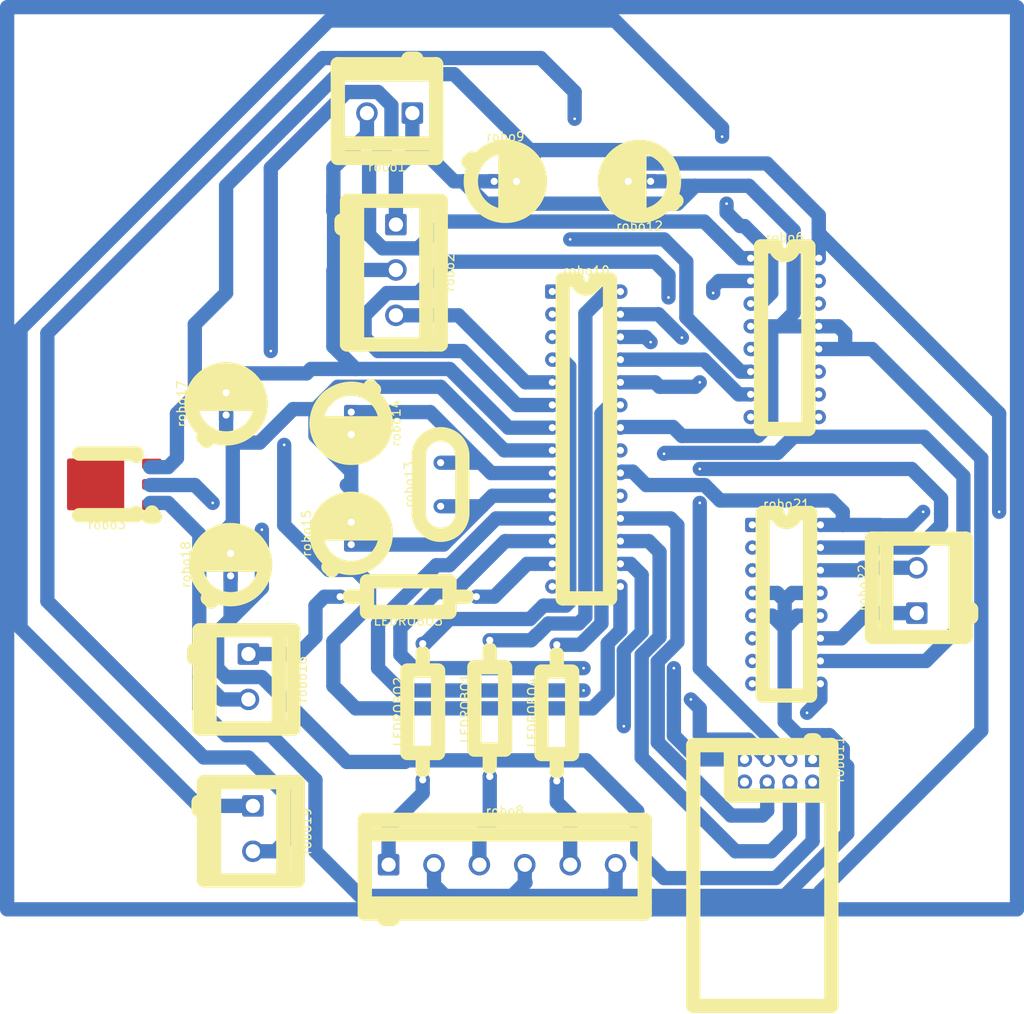
<source format=kicad_pcb>
(kicad_pcb (version 20241229) (generator "pcbnew") (generator_version "9.0")
  (layers (0 "F.Cu" signal) (2 "B.Cu" signal) (13 "F.Paste" user) (15 "B.Paste" user) (5 "F.SilkS" user "F.Silkscreen") (7 "B.SilkS" user "B.Silkscreen") (1 "F.Mask" user) (3 "B.Mask" user) (25 "Edge.Cuts" user))
  (net 0 "")
  (net 1 "Led_2")
  (net 2 "GND ROBO")
  (net 3 "Led_1")
  (net 4 "Led_3")
  (net 5 "Modulo_Laser")
  (net 6 "VCC ROBO")
  (net 7 "Net-(robo10-PD7)")
  (net 8 "Net-(robo21-4Y)")
  (net 9 "Net-(robo21-3Y)")
  (net 10 "Digital NRF07 2")
  (net 11 "PWM NRF04 2")
  (net 12 "Digital NRF03 2")
  (net 14 "PWM NRF06 2")
  (net 15 "NRF24L01 2")
  (net 16 "Digital NRF05 2")
  (net 18 "Sentido Anti Horario Motor1")
  (net 20 "Sentido Anti Horario Motor2")
  (net 21 "Sentido Horario Motor1")
  (net 23 "Sentido Horario Motor2")
  (net 25 "PWM MOTOR2")
  (net 27 "Net-(robo10-XTAL1{slash}PB6)")
  (net 29 "PWM MOTOR1")
  (net 30 "Net-(robo10-XTAL2{slash}PB7)")
  (net 33 "Net-(robo19-Pin_2)")
  (net 35 "Net-(robo19-Pin_1)")
  (net 37 "Net-(robo8-Pin_3)")
  (net 38 "Net-(robo8-Pin_1)")
  (net 39 "Net-(robo16-Pin_1)")
  (net 40 "Net-(robo8-Pin_5)")
  (footprint "TerminalBlock_CUI:TerminalBlock_CUI_TB007-508-06_1x06_P5.08mm_Horizontal" (layer "F.Cu") (at 157.68 140.5)
    (property "Reference" "robo8")
    (property "Value" "leds")
  )
  (footprint "Resistor_THT:R_Axial_DIN0309_L9.0mm_D3.2mm_P15.24mm_Horizontal" (layer "F.Cu") (at 176.5 131.12 90)
    (property "Reference" "LEDROBO4")
    (property "Value" "220")
  )
  (footprint "Capacitor_THT:CP_Radial_D7.5mm_P2.50mm" (layer "F.Cu") (at 187 64 180)
    (property "Reference" "robo12")
    (property "Value" "0.1uF")
  )
  (footprint "Package_DIP:DIP-16_W7.62mm" (layer "F.Cu") (at 198.195 72.61)
    (property "Reference" "robo6")
    (property "Value" "L293")
  )
  (footprint "Capacitor_THT:CP_Radial_D7.5mm_P2.50mm" (layer "F.Cu") (at 153.5 104.661395 90)
    (property "Reference" "robo15")
    (property "Value" "C")
  )
  (footprint "Resistor_THT:R_Axial_DIN0309_L9.0mm_D3.2mm_P15.24mm_Horizontal" (layer "F.Cu") (at 167.5 110.5 180)
    (property "Reference" "LEDROBO3")
    (property "Value" "10k")
  )
  (footprint "Capacitor_THT:CP_Radial_D7.5mm_P2.50mm" (layer "F.Cu") (at 139.5 90.161395 90)
    (property "Reference" "robo17")
    (property "Value" "0.1uF")
  )
  (footprint "Resistor_THT:R_Axial_DIN0309_L9.0mm_D3.2mm_P15.24mm_Horizontal" (layer "F.Cu") (at 169 130.62 90)
    (property "Reference" "LEDROBO1")
    (property "Value" "220")
  )
  (footprint "Capacitor_THT:CP_Radial_D7.5mm_P2.50mm" (layer "F.Cu") (at 153.5 89.838606 -90)
    (property "Reference" "robo14")
    (property "Value" "C")
  )
  (footprint "TerminalBlock_CUI:TerminalBlock_CUI_TB007-508-02_1x02_P5.08mm_Horizontal" (layer "F.Cu") (at 142.5 133.92 -90)
    (property "Reference" "robo19")
    (property "Value" "motor")
  )
  (footprint "TerminalBlock_CUI:TerminalBlock_CUI_TB007-508-02_1x02_P5.08mm_Horizontal" (layer "F.Cu") (at 160.34 56.3575 180)
    (property "Reference" "robo1")
    (property "Value" "Fonte de alimentação principal")
  )
  (footprint "Capacitor_THT:CP_Radial_D7.5mm_P2.50mm" (layer "F.Cu") (at 140 108.161395 90)
    (property "Reference" "robo18")
    (property "Value" "100uF")
  )
  (footprint "Package_TO_SOT_SMD:TO-252-3_TabPin2" (layer "F.Cu") (at 126.16 97.9275 180)
    (property "Reference" "robo3")
    (property "Value" "AMS1117CD-3.3")
  )
  (footprint "TerminalBlock_CUI:TerminalBlock_CUI_TB007-508-03_1x03_P5.08mm_Horizontal" (layer "F.Cu") (at 158.5 68.84 -90)
    (property "Reference" "robo2")
    (property "Value" "Laser")
  )
  (footprint "RF_Module:nRF24L01_Breakout" (layer "F.Cu") (at 205.125 128.7105 -90)
    (property "Reference" "robo11")
    (property "Value" "NRF24L01_Breakout")
  )
  (footprint "Resistor_THT:R_Axial_DIN0309_L9.0mm_D3.2mm_P15.24mm_Horizontal" (layer "F.Cu") (at 161.5 131 90)
    (property "Reference" "LEDROBO2")
    (property "Value" "220")
  )
  (footprint "Crystal:Crystal_HC49-4H_Vertical" (layer "F.Cu") (at 163.5 100.38 90)
    (property "Reference" "robo13")
    (property "Value" "Crystal")
  )
  (footprint "TerminalBlock_CUI:TerminalBlock_CUI_TB007-508-02_1x02_P5.08mm_Horizontal" (layer "F.Cu") (at 216.785 112.34 90)
    (property "Reference" "robo22")
    (property "Value" "motor")
  )
  (footprint "Capacitor_THT:CP_Radial_D7.5mm_P2.50mm" (layer "F.Cu") (at 169.5 64)
    (property "Reference" "robo9")
    (property "Value" "0.1uF")
  )
  (footprint "TerminalBlock_CUI:TerminalBlock_CUI_TB007-508-02_1x02_P5.08mm_Horizontal" (layer "F.Cu") (at 142 116.92 -90)
    (property "Reference" "robo16")
    (property "Value" "LDR")
  )
  (footprint "Package_DIP:DIP-16_W7.62mm" (layer "F.Cu") (at 198.38 102.46)
    (property "Reference" "robo21")
    (property "Value" "L293")
  )
  (footprint "Package_DIP:DIP-28_W7.62mm" (layer "F.Cu") (at 176 76.34)
    (property "Reference" "robo10")
    (property "Value" "ATmega328-P")
  )
  (gr_rect (start 115 44.5) (end 228 145.5) (stroke (width 1.6)) (fill no) (layer "B.Cu"))
  (via (at 138 100) (size 0.6) (drill 0.3) (layers "F.Cu" "B.Cu") (net 0))
  (segment (start 131.5 98) (end 136 98) (width 1.6) (layer "B.Cu") (net 0))
  (segment (start 136 98) (end 138 100) (width 1.6) (layer "B.Cu") (net 0))
  (segment (start 131.5 98) (end 131 98) (width 1.6) (layer "B.Cu") (net 0))
  (segment (start 178.953002 113.5) (end 179.699 112.754002) (width 1.6) (layer "B.Cu") (net 1))
  (segment (start 179.699 78.801) (end 182.16 76.34) (width 1.6) (layer "B.Cu") (net 1))
  (segment (start 174.245999 114.801) (end 175.546998 113.5) (width 1.6) (layer "B.Cu") (net 1))
  (segment (start 179.699 112.754002) (end 179.699 78.801) (width 1.6) (layer "B.Cu") (net 1))
  (segment (start 175.546998 113.5) (end 178.953002 113.5) (width 1.6) (layer "B.Cu") (net 1))
  (segment (start 173.62 115.38) (end 169 115.38) (width 1.6) (layer "B.Cu") (net 1))
  (segment (start 173.62 115.38) (end 174.199 114.801) (width 1.6) (layer "B.Cu") (net 1))
  (segment (start 174.199 114.801) (end 174.245999 114.801) (width 1.6) (layer "B.Cu") (net 1))
  (segment (start 182.16 76.34) (end 183.62 76.34) (width 1.6) (layer "B.Cu") (net 1))
  (segment (start 170.62 94.12) (end 163.5 87) (width 1.6) (layer "B.Cu") (net 2))
  (segment (start 144.5 126) (end 139.5 126) (width 1.6) (layer "B.Cu") (net 2))
  (segment (start 165 64) (end 166 64) (width 1.6) (layer "B.Cu") (net 2))
  (segment (start 208 80.23) (end 208.77 81) (width 1.6) (layer "B.Cu") (net 2))
  (segment (start 205.815 80.23) (end 208 80.23) (width 1.6) (layer "B.Cu") (net 2))
  (segment (start 192 64.5) (end 190 66.5) (width 1.6) (layer "B.Cu") (net 2))
  (segment (start 171.5 144) (end 182 144) (width 1.6) (layer "B.Cu") (net 2))
  (segment (start 160.34 59.34) (end 160.34 60.84) (width 1.6) (layer "B.Cu") (net 2))
  (segment (start 202.84 110.08) (end 206 110.08) (width 1.6) (layer "B.Cu") (net 2))
  (segment (start 182 144) (end 202 144) (width 1.6) (layer "B.Cu") (net 2))
  (segment (start 200.5 91) (end 200.5 84) (width 1.6) (layer "B.Cu") (net 2))
  (segment (start 203.38 112.62) (end 206 112.62) (width 1.6) (layer "B.Cu") (net 2))
  (segment (start 183.62 91.58) (end 183.7 91.5) (width 1.6) (layer "B.Cu") (net 2))
  (segment (start 149.5 89.5) (end 147 89.5) (width 1.6) (layer "B.Cu") (net 2))
  (segment (start 209 137) (end 209 129.5) (width 1.6) (layer "B.Cu") (net 2))
  (segment (start 224 95) (end 224 125.5) (width 1.6) (layer "B.Cu") (net 2))
  (segment (start 211.77 82.77) (end 224 95) (width 1.6) (layer "B.Cu") (net 2))
  (segment (start 139.5 92.5) (end 140.25 93.25) (width 1.6) (layer "B.Cu") (net 2))
  (segment (start 202 114) (end 202 110.92) (width 1.6) (layer "B.Cu") (net 2))
  (segment (start 202 114) (end 203.38 112.62) (width 1.6) (layer "B.Cu") (net 2))
  (segment (start 200.5 84) (end 200.5 81) (width 1.6) (layer "B.Cu") (net 2))
  (segment (start 189.953002 64.5) (end 189.453002 64) (width 1.6) (layer "B.Cu") (net 2))
  (segment (start 164 144) (end 154.5 144) (width 1.6) (layer "B.Cu") (net 2))
  (segment (start 206 143.5) (end 206 144) (width 1.6) (layer "B.Cu") (net 2))
  (segment (start 208.77 82.77) (end 205.815 82.77) (width 1.6) (layer "B.Cu") (net 2))
  (segment (start 208.5 129) (end 208.5 127.5) (width 1.6) (layer "B.Cu") (net 2))
  (segment (start 199.73 80.23) (end 201.5 80.23) (width 1.6) (layer "B.Cu") (net 2))
  (segment (start 198 64.5) (end 203 69.5) (width 1.6) (layer "B.Cu") (net 2))
  (segment (start 201.16 110.08) (end 198.38 110.08) (width 1.6) (layer "B.Cu") (net 2))
  (segment (start 202 144) (end 209 137) (width 1.6) (layer "B.Cu") (net 2))
  (segment (start 160.34 56.3575) (end 160.34 59.34) (width 1.6) (layer "B.Cu") (net 2))
  (segment (start 208.5 129) (end 208 129) (width 1.6) (layer "B.Cu") (net 2))
  (segment (start 153.5 92.338606) (end 153.5 96.5) (width 1.6) (layer "B.Cu") (net 2))
  (segment (start 153.5 99.5) (end 153.5 102.161395) (width 1.6) (layer "B.Cu") (net 2))
  (segment (start 136.5 103.5) (end 133.5 100.5) (width 1.6) (layer "B.Cu") (net 2))
  (segment (start 207 126) (end 203.5 126) (width 1.6) (layer "B.Cu") (net 2))
  (segment (start 208.77 82.77) (end 208.77 81) (width 1.6) (layer "B.Cu") (net 2))
  (segment (start 149.5 89.5) (end 149.5 92.5) (width 1.6) (layer "B.Cu") (net 2))
  (segment (start 149.5 131) (end 144.5 126) (width 1.6) (layer "B.Cu") (net 2))
  (segment (start 208.77 82.77) (end 211.77 82.77) (width 1.6) (layer "B.Cu") (net 2))
  (segment (start 207.7105 128.7105) (end 205.125 128.7105) (width 1.6) (layer "B.Cu") (net 2))
  (segment (start 139 122) (end 136.5 119.5) (width 1.6) (layer "B.Cu") (net 2))
  (segment (start 171.5 144) (end 173 142.5) (width 1.6) (layer "B.Cu") (net 2))
  (segment (start 201.5 80.23) (end 205.815 80.23) (width 1.6) (layer "B.Cu") (net 2))
  (segment (start 136.5 123) (end 136.5 119.5) (width 1.6) (layer "B.Cu") (net 2))
  (segment (start 136.5 119.5) (end 136.5 106) (width 1.6) (layer "B.Cu") (net 2))
  (segment (start 160.34 60.84) (end 158.5 62.68) (width 1.6) (layer "B.Cu") (net 2))
  (segment (start 202 124.5) (end 202 114) (width 1.6) (layer "B.Cu") (net 2))
  (segment (start 153 98) (end 153.5 98.5) (width 1.6) (layer "B.Cu") (net 2))
  (segment (start 182.5 144) (end 183.08 143.42) (width 1.6) (layer "B.Cu") (net 2))
  (segment (start 190.5 92.5) (end 199 92.5) (width 1.6) (layer "B.Cu") (net 2))
  (segment (start 192 64.5) (end 198 64.5) (width 1.6) (layer "B.Cu") (net 2))
  (segment (start 140.25 93.25) (end 140.25 102.25) (width 1.6) (layer "B.Cu") (net 2))
  (segment (start 202 110.92) (end 201.16 110.08) (width 1.6) (layer "B.Cu") (net 2))
  (segment (start 140 102.5) (end 140.25 102.25) (width 1.6) (layer "B.Cu") (net 2))
  (segment (start 199 92.5) (end 200.5 91) (width 1.6) (layer "B.Cu") (net 2))
  (segment (start 153.5 96.5) (end 153.5 99.5) (width 1.6) (layer "B.Cu") (net 2))
  (segment (start 172.92 142.42) (end 172.92 140.5) (width 1.6) (layer "B.Cu") (net 2))
  (segment (start 152 87) (end 149.5 89.5) (width 1.6) (layer "B.Cu") (net 2))
  (segment (start 208.5 127.5) (end 207 126) (width 1.6) (layer "B.Cu") (net 2))
  (segment (start 203.5 126) (end 202 124.5) (width 1.6) (layer "B.Cu") (net 2))
  (segment (start 154.5 144) (end 149.5 139) (width 1.6) (layer "B.Cu") (net 2))
  (segment (start 139.5 126) (end 136.5 123) (width 1.6) (layer "B.Cu") (net 2))
  (segment (start 203 78.73) (end 201.5 80.23) (width 1.6) (layer "B.Cu") (net 2))
  (segment (start 199.73 80.23) (end 198.195 80.23) (width 1.6) (layer "B.Cu") (net 2))
  (segment (start 173 142.5) (end 172.92 142.42) (width 1.6) (layer "B.Cu") (net 2))
  (segment (start 149.5 92.5) (end 153.5 96.5) (width 1.6) (layer "B.Cu") (net 2))
  (segment (start 176 94.12) (end 170.62 94.12) (width 1.6) (layer "B.Cu") (net 2))
  (segment (start 162.76 140.5) (end 162.76 142.76) (width 1.6) (layer "B.Cu") (net 2))
  (segment (start 208 129) (end 207.7105 128.7105) (width 1.6) (layer "B.Cu") (net 2))
  (segment (start 200.5 84) (end 199.27 82.77) (width 1.6) (layer "B.Cu") (net 2))
  (segment (start 136.5 106) (end 140 102.5) (width 1.6) (layer "B.Cu") (net 2))
  (segment (start 136.5 106) (end 136.5 103.5) (width 1.6) (layer "B.Cu") (net 2))
  (segment (start 160.34 59.34) (end 165 64) (width 1.6) (layer "B.Cu") (net 2))
  (segment (start 190 66.5) (end 168.5 66.5) (width 1.6) (layer "B.Cu") (net 2))
  (segment (start 133.5 100.5) (end 133 100) (width 1.6) (layer "B.Cu") (net 2))
  (segment (start 168.5 66.5) (end 166 64) (width 1.6) (layer "B.Cu") (net 2))
  (segment (start 140 105.661395) (end 140 102.5) (width 1.6) (layer "B.Cu") (net 2))
  (segment (start 183.08 143.42) (end 183.08 140.5) (width 1.6) (layer "B.Cu") (net 2))
  (segment (start 189.5 91.5) (end 190.5 92.5) (width 1.6) (layer "B.Cu") (net 2))
  (segment (start 209 129.5) (end 208.5 129) (width 1.6) (layer "B.Cu") (net 2))
  (segment (start 206 144) (end 202 144) (width 1.6) (layer "B.Cu") (net 2))
  (segment (start 149.5 139) (end 149.5 131) (width 1.6) (layer "B.Cu") (net 2))
  (segment (start 200.5 81) (end 199.73 80.23) (width 1.6) (layer "B.Cu") (net 2))
  (segment (start 166 64) (end 169.5 64) (width 1.6) (layer "B.Cu") (net 2))
  (segment (start 189.453002 64) (end 187 64) (width 1.6) (layer "B.Cu") (net 2))
  (segment (start 164 144) (end 171.5 144) (width 1.6) (layer "B.Cu") (net 2))
  (segment (start 142 122) (end 139 122) (width 1.6) (layer "B.Cu") (net 2))
  (segment (start 143.25 93.25) (end 140.25 93.25) (width 1.6) (layer "B.Cu") (net 2))
  (segment (start 189.953002 64.5) (end 192 64.5) (width 1.6) (layer "B.Cu") (net 2))
  (segment (start 202 110.92) (end 202.84 110.08) (width 1.6) (layer "B.Cu") (net 2))
  (segment (start 199.27 82.77) (end 198.195 82.77) (width 1.6) (layer "B.Cu") (net 2))
  (segment (start 147 89.5) (end 143.25 93.25) (width 1.6) (layer "B.Cu") (net 2))
  (segment (start 133 100) (end 131 100) (width 1.6) (layer "B.Cu") (net 2))
  (segment (start 139.5 90.161395) (end 139.5 92.5) (width 1.6) (layer "B.Cu") (net 2))
  (segment (start 163.5 87) (end 152 87) (width 1.6) (layer "B.Cu") (net 2))
  (segment (start 200.62 112.62) (end 202 114) (width 1.6) (layer "B.Cu") (net 2))
  (segment (start 182 144) (end 182.5 144) (width 1.6) (layer "B.Cu") (net 2))
  (segment (start 198.38 112.62) (end 200.62 112.62) (width 1.6) (layer "B.Cu") (net 2))
  (segment (start 203 69.5) (end 203 78.73) (width 1.6) (layer "B.Cu") (net 2))
  (segment (start 224 125.5) (end 206 143.5) (width 1.6) (layer "B.Cu") (net 2))
  (segment (start 162.76 142.76) (end 164 144) (width 1.6) (layer "B.Cu") (net 2))
  (segment (start 158.5 62.68) (end 158.5 68.84) (width 1.6) (layer "B.Cu") (net 2))
  (segment (start 183.7 91.5) (end 189.5 91.5) (width 1.6) (layer "B.Cu") (net 2))
  (segment (start 182.48863 89.04) (end 183.62 89.04) (width 1.6) (layer "B.Cu") (net 3))
  (segment (start 181.5 90.02863) (end 182.48863 89.04) (width 1.6) (layer "B.Cu") (net 3))
  (segment (start 179.12 115.88) (end 176.5 115.88) (width 1.6) (layer "B.Cu") (net 3))
  (segment (start 181.5 113.5) (end 181.5 90.02863) (width 1.6) (layer "B.Cu") (net 3))
  (segment (start 181.5 113.5) (end 179.12 115.88) (width 1.6) (layer "B.Cu") (net 3))
  (segment (start 177.5 111.5) (end 177.898 111.102) (width 1.6) (layer "B.Cu") (net 4))
  (segment (start 175 111.5) (end 177.5 111.5) (width 1.6) (layer "B.Cu") (net 4))
  (segment (start 164.5 113) (end 173.5 113) (width 1.6) (layer "B.Cu") (net 4))
  (segment (start 173.5 113) (end 175 111.5) (width 1.6) (layer "B.Cu") (net 4))
  (segment (start 161.74 115.76) (end 164.5 113) (width 1.6) (layer "B.Cu") (net 4))
  (segment (start 177.13137 83.96) (end 176 83.96) (width 1.6) (layer "B.Cu") (net 4))
  (segment (start 177.898 84.72663) (end 177.13137 83.96) (width 1.6) (layer "B.Cu") (net 4))
  (segment (start 177.898 111.102) (end 177.898 84.72663) (width 1.6) (layer "B.Cu") (net 4))
  (segment (start 158.5 79) (end 165.5 79) (width 1.6) (layer "B.Cu") (net 5))
  (segment (start 165.5 79) (end 173 86.5) (width 1.6) (layer "B.Cu") (net 5))
  (segment (start 173 86.5) (end 176 86.5) (width 1.6) (layer "B.Cu") (net 5))
  (via (at 217.5 101) (size 0.6) (drill 0.3) (layers "F.Cu" "B.Cu") (net 6))
  (via (at 226 101) (size 0.6) (drill 0.3) (layers "F.Cu" "B.Cu") (net 6))
  (segment (start 139.5 87.661395) (end 139.5 86.5) (width 1.6) (layer "B.Cu") (net 6))
  (segment (start 172 64) (end 172 63) (width 1.6) (layer "B.Cu") (net 6))
  (segment (start 185 96.5) (end 183.78 96.5) (width 1.6) (layer "B.Cu") (net 6))
  (segment (start 151.5 67.34) (end 151.58 67.42) (width 1.6) (layer "B.Cu") (net 6))
  (segment (start 139.5 64.5) (end 139.5 76.5) (width 1.6) (layer "B.Cu") (net 6))
  (segment (start 148.5 85.5) (end 149 85) (width 1.6) (layer "B.Cu") (net 6))
  (segment (start 138.5 85.5) (end 140.5 85.5) (width 1.6) (layer "B.Cu") (net 6))
  (segment (start 140.5 85.5) (end 148.5 85.5) (width 1.6) (layer "B.Cu") (net 6))
  (segment (start 149 85) (end 154 85) (width 1.6) (layer "B.Cu") (net 6))
  (segment (start 183.78 96.5) (end 183.62 96.66) (width 1.6) (layer "B.Cu") (net 6))
  (segment (start 139.5 76.5) (end 136 80) (width 1.6) (layer "B.Cu") (net 6))
  (segment (start 212.54 102.46) (end 208.5 102.46) (width 1.6) (layer "B.Cu") (net 6))
  (segment (start 134 90) (end 134 95) (width 1.6) (layer "B.Cu") (net 6))
  (segment (start 151.5 62.5) (end 151.5 67.34) (width 1.6) (layer "B.Cu") (net 6))
  (segment (start 217.5 101) (end 216 102.5) (width 1.6) (layer "B.Cu") (net 6))
  (segment (start 207.226501 99.726501) (end 194.7735 99.726501) (width 1.6) (layer "B.Cu") (net 6))
  (segment (start 205.815 72.61) (end 205.815 67.815) (width 1.6) (layer "B.Cu") (net 6))
  (segment (start 183.86863 60.5) (end 173.5 60.5) (width 1.6) (layer "B.Cu") (net 6))
  (segment (start 208.5 101) (end 207.226501 99.726501) (width 1.6) (layer "B.Cu") (net 6))
  (segment (start 212.58 102.5) (end 212.54 102.46) (width 1.6) (layer "B.Cu") (net 6))
  (segment (start 226 101) (end 226 90) (width 1.6) (layer "B.Cu") (net 6))
  (segment (start 136 88) (end 134 90) (width 1.6) (layer "B.Cu") (net 6))
  (segment (start 185.36863 62) (end 184.5 62.86863) (width 1.6) (layer "B.Cu") (net 6))
  (segment (start 151.5 82.5) (end 154 85) (width 1.6) (layer "B.Cu") (net 6))
  (segment (start 208.5 102.46) (end 208.5 101) (width 1.6) (layer "B.Cu") (net 6))
  (segment (start 165 52) (end 152 52) (width 1.6) (layer "B.Cu") (net 6))
  (segment (start 164.5 85) (end 171.08 91.58) (width 1.6) (layer "B.Cu") (net 6))
  (segment (start 155.26 58.74) (end 151.5 62.5) (width 1.6) (layer "B.Cu") (net 6))
  (segment (start 155.26 56.3575) (end 155.26 58.74) (width 1.6) (layer "B.Cu") (net 6))
  (segment (start 151.5 74) (end 151.5 82.5) (width 1.6) (layer "B.Cu") (net 6))
  (segment (start 152 52) (end 139.5 64.5) (width 1.6) (layer "B.Cu") (net 6))
  (segment (start 133 96) (end 131 96) (width 1.6) (layer "B.Cu") (net 6))
  (segment (start 206 102.46) (end 208.5 102.46) (width 1.6) (layer "B.Cu") (net 6))
  (segment (start 172 63) (end 174 61) (width 1.6) (layer "B.Cu") (net 6))
  (segment (start 205.815 67.815) (end 200 62) (width 1.6) (layer "B.Cu") (net 6))
  (segment (start 173.5 60.5) (end 165 52) (width 1.6) (layer "B.Cu") (net 6))
  (segment (start 216 102.5) (end 212.58 102.5) (width 1.6) (layer "B.Cu") (net 6))
  (segment (start 205.815 69.815) (end 205.815 67.815) (width 1.6) (layer "B.Cu") (net 6))
  (segment (start 226 90) (end 205.815 69.815) (width 1.6) (layer "B.Cu") (net 6))
  (segment (start 136 80) (end 136 88) (width 1.6) (layer "B.Cu") (net 6))
  (segment (start 151.58 73.92) (end 158.5 73.92) (width 1.6) (layer "B.Cu") (net 6))
  (segment (start 185.36863 62) (end 183.86863 60.5) (width 1.6) (layer "B.Cu") (net 6))
  (segment (start 139.5 86.5) (end 140.5 85.5) (width 1.6) (layer "B.Cu") (net 6))
  (segment (start 151.58 67.42) (end 151.58 73.92) (width 1.6) (layer "B.Cu") (net 6))
  (segment (start 151.5 65.5) (end 151.5 67.34) (width 1.6) (layer "B.Cu") (net 6))
  (segment (start 136 88) (end 138.5 85.5) (width 1.6) (layer "B.Cu") (net 6))
  (segment (start 154 85) (end 164.5 85) (width 1.6) (layer "B.Cu") (net 6))
  (segment (start 200 62) (end 185.36863 62) (width 1.6) (layer "B.Cu") (net 6))
  (segment (start 186.5 98) (end 185 96.5) (width 1.6) (layer "B.Cu") (net 6))
  (segment (start 193.046999 98) (end 186.5 98) (width 1.6) (layer "B.Cu") (net 6))
  (segment (start 184.5 62.86863) (end 184.5 64) (width 1.6) (layer "B.Cu") (net 6))
  (segment (start 151.58 73.92) (end 151.5 74) (width 1.6) (layer "B.Cu") (net 6))
  (segment (start 171.08 91.58) (end 176 91.58) (width 1.6) (layer "B.Cu") (net 6))
  (segment (start 194.7735 99.726501) (end 193.046999 98) (width 1.6) (layer "B.Cu") (net 6))
  (segment (start 134 95) (end 133 96) (width 1.6) (layer "B.Cu") (net 6))
  (segment (start 169.5 110.5) (end 173.18 106.82) (width 1.6) (layer "B.Cu") (net 7))
  (segment (start 173.18 106.82) (end 176 106.82) (width 1.6) (layer "B.Cu") (net 7))
  (segment (start 167.5 110.5) (end 169.5 110.5) (width 1.6) (layer "B.Cu") (net 7))
  (segment (start 216.785 107.26) (end 210.76 107.26) (width 1.6) (layer "B.Cu") (net 8))
  (segment (start 210.48 107.54) (end 210.76 107.26) (width 1.6) (layer "B.Cu") (net 8))
  (segment (start 206 107.54) (end 210.48 107.54) (width 1.6) (layer "B.Cu") (net 8))
  (segment (start 211.16 112.34) (end 208.34 115.16) (width 1.6) (layer "B.Cu") (net 9))
  (segment (start 208.34 115.16) (end 206 115.16) (width 1.6) (layer "B.Cu") (net 9))
  (segment (start 216.785 112.34) (end 211.16 112.34) (width 1.6) (layer "B.Cu") (net 9))
  (via (at 189.602 118.5) (size 0.6) (drill 0.3) (layers "F.Cu" "B.Cu") (net 10))
  (via (at 179.5 118.5) (size 0.6) (drill 0.3) (layers "F.Cu" "B.Cu") (net 10))
  (segment (start 160.5 118.5) (end 159 117) (width 1.6) (layer "B.Cu") (net 10))
  (segment (start 170.72 104.28) (end 176 104.28) (width 1.6) (layer "B.Cu") (net 10))
  (segment (start 163 110) (end 165 110) (width 1.6) (layer "B.Cu") (net 10))
  (segment (start 159 114) (end 163 110) (width 1.6) (layer "B.Cu") (net 10))
  (segment (start 192.257498 128.7105) (end 189.602 126.055002) (width 1.6) (layer "B.Cu") (net 10))
  (segment (start 197.505 128.7105) (end 192.257498 128.7105) (width 1.6) (layer "B.Cu") (net 10))
  (segment (start 179.5 118.5) (end 160.5 118.5) (width 1.6) (layer "B.Cu") (net 10))
  (segment (start 165 110) (end 170.72 104.28) (width 1.6) (layer "B.Cu") (net 10))
  (segment (start 159 117) (end 159 114) (width 1.6) (layer "B.Cu") (net 10))
  (segment (start 189.602 126.055002) (end 189.602 123.398) (width 1.6) (layer "B.Cu") (net 10))
  (segment (start 189.602 123.398) (end 189.602 121.5) (width 1.6) (layer "B.Cu") (net 10))
  (segment (start 189.602 121.5) (end 189.602 118.5) (width 1.6) (layer "B.Cu") (net 10))
  (segment (start 196.5 139) (end 200.5 139) (width 1.6) (layer "B.Cu") (net 11))
  (segment (start 183.62 104.28) (end 186.78 104.28) (width 1.6) (layer "B.Cu") (net 11))
  (segment (start 202.585 136.915) (end 202.585 131.2505) (width 1.6) (layer "B.Cu") (net 11))
  (segment (start 188 105.5) (end 188 115.008002) (width 1.6) (layer "B.Cu") (net 11))
  (segment (start 186.78 104.28) (end 188 105.5) (width 1.6) (layer "B.Cu") (net 11))
  (segment (start 186 117.008003) (end 186 128.5) (width 1.6) (layer "B.Cu") (net 11))
  (segment (start 186 128.5) (end 196.5 139) (width 1.6) (layer "B.Cu") (net 11))
  (segment (start 188 115.008002) (end 186 117.008003) (width 1.6) (layer "B.Cu") (net 11))
  (segment (start 200.5 139) (end 202.585 136.915) (width 1.6) (layer "B.Cu") (net 11))
  (via (at 189 77) (size 0.6) (drill 0.3) (layers "F.Cu" "B.Cu") (net 12))
  (via (at 192.5 100) (size 0.6) (drill 0.3) (layers "F.Cu" "B.Cu") (net 12))
  (segment (start 172.04 89.04) (end 176 89.04) (width 1.6) (layer "B.Cu") (net 12))
  (segment (start 202.585 128.585) (end 202.585 128.7105) (width 1.6) (layer "B.Cu") (net 12))
  (segment (start 192.5 100) (end 192.5 118.5) (width 1.6) (layer "B.Cu") (net 12))
  (segment (start 189 77) (end 189 74.5) (width 1.6) (layer "B.Cu") (net 12))
  (segment (start 156.5 83) (end 166 83) (width 1.6) (layer "B.Cu") (net 12))
  (segment (start 164.5 73) (end 161 76.5) (width 1.6) (layer "B.Cu") (net 12))
  (segment (start 157.5 76.5) (end 155 79) (width 1.6) (layer "B.Cu") (net 12))
  (segment (start 155 81.5) (end 156.5 83) (width 1.6) (layer "B.Cu") (net 12))
  (segment (start 187.5 73) (end 164.5 73) (width 1.6) (layer "B.Cu") (net 12))
  (segment (start 161 76.5) (end 157.5 76.5) (width 1.6) (layer "B.Cu") (net 12))
  (segment (start 189 74.5) (end 187.5 73) (width 1.6) (layer "B.Cu") (net 12))
  (segment (start 192.5 118.5) (end 202.585 128.585) (width 1.6) (layer "B.Cu") (net 12))
  (segment (start 166 83) (end 172.04 89.04) (width 1.6) (layer "B.Cu") (net 12))
  (segment (start 155 79) (end 155 81.5) (width 1.6) (layer "B.Cu") (net 12))
  (segment (start 187.801 117.754001) (end 190 115.555001) (width 1.6) (layer "B.Cu") (net 14))
  (segment (start 190 115.555001) (end 190 102.5) (width 1.6) (layer "B.Cu") (net 14))
  (segment (start 190 102.5) (end 189.24 101.74) (width 1.6) (layer "B.Cu") (net 14))
  (segment (start 200.045 131.2505) (end 200.045 134.455) (width 1.6) (layer "B.Cu") (net 14))
  (segment (start 200.045 134.455) (end 199.5 135) (width 1.6) (layer "B.Cu") (net 14))
  (segment (start 196 135) (end 187.801 126.801) (width 1.6) (layer "B.Cu") (net 14))
  (segment (start 199.5 135) (end 196 135) (width 1.6) (layer "B.Cu") (net 14))
  (segment (start 187.801 126.801) (end 187.801 117.754001) (width 1.6) (layer "B.Cu") (net 14))
  (segment (start 189.24 101.74) (end 183.62 101.74) (width 1.6) (layer "B.Cu") (net 14))
  (via (at 143.5 103) (size 0.6) (drill 0.3) (layers "F.Cu" "B.Cu") (net 15))
  (segment (start 159.681 128.819) (end 179.819 128.819) (width 1.6) (layer "B.Cu") (net 15))
  (segment (start 140 113) (end 143.5 109.5) (width 1.6) (layer "B.Cu") (net 15))
  (segment (start 138.5 114.5) (end 138.5 118.5) (width 1.6) (layer "B.Cu") (net 15))
  (segment (start 179.819 128.819) (end 185.5 134.5) (width 1.6) (layer "B.Cu") (net 15))
  (segment (start 143.5 109.5) (end 143.5 103) (width 1.6) (layer "B.Cu") (net 15))
  (segment (start 185.5 134.5) (end 185.5 139) (width 1.6) (layer "B.Cu") (net 15))
  (segment (start 185.5 139) (end 188.5 142) (width 1.6) (layer "B.Cu") (net 15))
  (segment (start 140 108.161395) (end 140 113) (width 1.6) (layer "B.Cu") (net 15))
  (segment (start 188.5 142) (end 201 142) (width 1.6) (layer "B.Cu") (net 15))
  (segment (start 153 129) (end 159.5 129) (width 1.6) (layer "B.Cu") (net 15))
  (segment (start 205.125 137.875) (end 205.125 131.2505) (width 1.6) (layer "B.Cu") (net 15))
  (segment (start 139.5 119.5) (end 143.5 119.5) (width 1.6) (layer "B.Cu") (net 15))
  (segment (start 159.5 129) (end 159.681 128.819) (width 1.6) (layer "B.Cu") (net 15))
  (segment (start 140 113) (end 138.5 114.5) (width 1.6) (layer "B.Cu") (net 15))
  (segment (start 201 142) (end 205.125 137.875) (width 1.6) (layer "B.Cu") (net 15))
  (segment (start 143.5 119.5) (end 153 129) (width 1.6) (layer "B.Cu") (net 15))
  (segment (start 138.5 118.5) (end 139.5 119.5) (width 1.6) (layer "B.Cu") (net 15))
  (via (at 191.5 122) (size 0.6) (drill 0.3) (layers "F.Cu" "B.Cu") (net 16))
  (via (at 179.5 121) (size 0.6) (drill 0.3) (layers "F.Cu" "B.Cu") (net 16))
  (segment (start 179.5 121) (end 159 121) (width 1.6) (layer "B.Cu") (net 16))
  (segment (start 156.5 118.5) (end 156.5 113.5) (width 1.6) (layer "B.Cu") (net 16))
  (segment (start 156.5 113.5) (end 163.023499 106.976501) (width 1.6) (layer "B.Cu") (net 16))
  (segment (start 192.5 126) (end 192.5 123) (width 1.6) (layer "B.Cu") (net 16))
  (segment (start 164.476501 106.976501) (end 169.713001 101.74) (width 1.6) (layer "B.Cu") (net 16))
  (segment (start 200.045 128.63279) (end 197.91221 126.5) (width 1.6) (layer "B.Cu") (net 16))
  (segment (start 200.045 128.7105) (end 200.045 128.63279) (width 1.6) (layer "B.Cu") (net 16))
  (segment (start 159 121) (end 156.5 118.5) (width 1.6) (layer "B.Cu") (net 16))
  (segment (start 192.5 123) (end 191.5 122) (width 1.6) (layer "B.Cu") (net 16))
  (segment (start 163.023499 106.976501) (end 164.476501 106.976501) (width 1.6) (layer "B.Cu") (net 16))
  (segment (start 169.713001 101.74) (end 176 101.74) (width 1.6) (layer "B.Cu") (net 16))
  (segment (start 197.91221 126.5) (end 193 126.5) (width 1.6) (layer "B.Cu") (net 16))
  (segment (start 193 126.5) (end 192.5 126) (width 1.6) (layer "B.Cu") (net 16))
  (segment (start 183.62 83.96) (end 192.96 83.96) (width 1.6) (layer "B.Cu") (net 18))
  (segment (start 192.96 83.96) (end 196.85 87.85) (width 1.6) (layer "B.Cu") (net 18))
  (segment (start 196.85 87.85) (end 198.195 87.85) (width 1.6) (layer "B.Cu") (net 18))
  (via (at 192.5 96.199) (size 0.6) (drill 0.3) (layers "F.Cu" "B.Cu") (net 20))
  (via (at 190.5 81.5) (size 0.6) (drill 0.3) (layers "F.Cu" "B.Cu") (net 20))
  (segment (start 183.62 78.88) (end 187.88 78.88) (width 1.6) (layer "B.Cu") (net 20))
  (segment (start 217 105) (end 219.5 102.5) (width 1.6) (layer "B.Cu") (net 20))
  (segment (start 216.199 96.199) (end 192.5 96.199) (width 1.6) (layer "B.Cu") (net 20))
  (segment (start 219.5 99.5) (end 216.199 96.199) (width 1.6) (layer "B.Cu") (net 20))
  (segment (start 206 105) (end 217 105) (width 1.6) (layer "B.Cu") (net 20))
  (segment (start 219.5 102.5) (end 219.5 99.5) (width 1.6) (layer "B.Cu") (net 20))
  (segment (start 187.88 78.88) (end 190.5 81.5) (width 1.6) (layer "B.Cu") (net 20))
  (via (at 192.5 86.5) (size 0.6) (drill 0.3) (layers "F.Cu" "B.Cu") (net 21))
  (via (at 194 76.5) (size 0.6) (drill 0.3) (layers "F.Cu" "B.Cu") (net 21))
  (segment (start 194 75.8) (end 194 76.5) (width 1.6) (layer "B.Cu") (net 21))
  (segment (start 187.5 86.5) (end 183.62 86.5) (width 1.6) (layer "B.Cu") (net 21))
  (segment (start 194.65 75.15) (end 194 75.8) (width 1.6) (layer "B.Cu") (net 21))
  (segment (start 198.195 75.15) (end 194.65 75.15) (width 1.6) (layer "B.Cu") (net 21))
  (segment (start 192 87) (end 188 87) (width 1.6) (layer "B.Cu") (net 21))
  (segment (start 192.5 86.5) (end 192 87) (width 1.6) (layer "B.Cu") (net 21))
  (segment (start 188 87) (end 187.5 86.5) (width 1.6) (layer "B.Cu") (net 21))
  (via (at 188.5 94.5) (size 0.6) (drill 0.3) (layers "F.Cu" "B.Cu") (net 23))
  (via (at 187 82) (size 0.6) (drill 0.3) (layers "F.Cu" "B.Cu") (net 23))
  (segment (start 217.8 117.7) (end 206 117.7) (width 1.6) (layer "B.Cu") (net 23))
  (segment (start 188.5 94.5) (end 188.602 94.398) (width 1.6) (layer "B.Cu") (net 23))
  (segment (start 222 97) (end 222 113.5) (width 1.6) (layer "B.Cu") (net 23))
  (segment (start 217.597 92.597) (end 222 97) (width 1.6) (layer "B.Cu") (net 23))
  (segment (start 201.199 94.398) (end 203 92.597) (width 1.6) (layer "B.Cu") (net 23))
  (segment (start 203 92.597) (end 217.597 92.597) (width 1.6) (layer "B.Cu") (net 23))
  (segment (start 222 113.5) (end 217.8 117.7) (width 1.6) (layer "B.Cu") (net 23))
  (segment (start 183.62 81.42) (end 186.42 81.42) (width 1.6) (layer "B.Cu") (net 23))
  (segment (start 188.602 94.398) (end 201.199 94.398) (width 1.6) (layer "B.Cu") (net 23))
  (segment (start 186.42 81.42) (end 187 82) (width 1.6) (layer "B.Cu") (net 23))
  (via (at 204.5 123.5) (size 0.6) (drill 0.3) (layers "F.Cu" "B.Cu") (net 25))
  (via (at 184 125) (size 0.6) (drill 0.3) (layers "F.Cu" "B.Cu") (net 25))
  (segment (start 184.75137 106.82) (end 186 108.06863) (width 1.6) (layer "B.Cu") (net 25))
  (segment (start 206 122) (end 206 120.24) (width 1.6) (layer "B.Cu") (net 25))
  (segment (start 184 116.5) (end 184 125) (width 1.6) (layer "B.Cu") (net 25))
  (segment (start 183.62 106.82) (end 184.75137 106.82) (width 1.6) (layer "B.Cu") (net 25))
  (segment (start 186 114.461003) (end 184.199 116.262004) (width 1.6) (layer "B.Cu") (net 25))
  (segment (start 184.199 116.262004) (end 184.198999 116.301001) (width 1.6) (layer "B.Cu") (net 25))
  (segment (start 186 108.06863) (end 186 114.461003) (width 1.6) (layer "B.Cu") (net 25))
  (segment (start 184.198999 116.301001) (end 184 116.5) (width 1.6) (layer "B.Cu") (net 25))
  (segment (start 206 122) (end 204.5 123.5) (width 1.6) (layer "B.Cu") (net 25))
  (segment (start 169.16 96.66) (end 168 95.5) (width 1.6) (layer "B.Cu") (net 27))
  (segment (start 162.338606 89.838606) (end 153.5 89.838606) (width 1.6) (layer "B.Cu") (net 27))
  (segment (start 168 95.5) (end 162.338606 89.838606) (width 1.6) (layer "B.Cu") (net 27))
  (segment (start 168 95.5) (end 163.5 95.5) (width 1.6) (layer "B.Cu") (net 27))
  (segment (start 176 96.66) (end 169.16 96.66) (width 1.6) (layer "B.Cu") (net 27))
  (via (at 144.5 83) (size 0.6) (drill 0.3) (layers "F.Cu" "B.Cu") (net 29))
  (via (at 146 93.5) (size 0.6) (drill 0.3) (layers "F.Cu" "B.Cu") (net 29))
  (segment (start 155.5 111.5) (end 151.5 115.5) (width 1.6) (layer "B.Cu") (net 29))
  (segment (start 144.5 83) (end 144.5 62.5) (width 1.6) (layer "B.Cu") (net 29))
  (segment (start 183.62 114.293978) (end 183.62 109.36) (width 1.6) (layer "B.Cu") (net 29))
  (segment (start 158 55.5) (end 158 59.5) (width 1.6) (layer "B.Cu") (net 29))
  (segment (start 146 93.5) (end 146 102.5) (width 1.6) (layer "B.Cu") (net 29))
  (segment (start 161 71.5) (end 164 68.5) (width 1.6) (layer "B.Cu") (net 29))
  (segment (start 180.5 123) (end 182.199 121.301) (width 1.6) (layer "B.Cu") (net 29))
  (segment (start 182.199 115.714978) (end 183.62 114.293978) (width 1.6) (layer "B.Cu") (net 29))
  (segment (start 156.5 54) (end 158 55.5) (width 1.6) (layer "B.Cu") (net 29))
  (segment (start 146 102.5) (end 151 107.5) (width 1.6) (layer "B.Cu") (net 29))
  (segment (start 155.5 62) (end 155.5 70) (width 1.6) (layer "B.Cu") (net 29))
  (segment (start 151.5 115.5) (end 151.5 120.5) (width 1.6) (layer "B.Cu") (net 29))
  (segment (start 193 68.5) (end 197.11 72.61) (width 1.6) (layer "B.Cu") (net 29))
  (segment (start 153 54) (end 156.5 54) (width 1.6) (layer "B.Cu") (net 29))
  (segment (start 164 68.5) (end 193 68.5) (width 1.6) (layer "B.Cu") (net 29))
  (segment (start 151 107.5) (end 154 107.5) (width 1.6) (layer "B.Cu") (net 29))
  (segment (start 155.5 109) (end 155.5 111.5) (width 1.6) (layer "B.Cu") (net 29))
  (segment (start 158 59.5) (end 155.5 62) (width 1.6) (layer "B.Cu") (net 29))
  (segment (start 197.11 72.61) (end 198.195 72.61) (width 1.6) (layer "B.Cu") (net 29))
  (segment (start 151.5 120.5) (end 154 123) (width 1.6) (layer "B.Cu") (net 29))
  (segment (start 144.5 62.5) (end 153 54) (width 1.6) (layer "B.Cu") (net 29))
  (segment (start 155.5 70) (end 157 71.5) (width 1.6) (layer "B.Cu") (net 29))
  (segment (start 157 71.5) (end 161 71.5) (width 1.6) (layer "B.Cu") (net 29))
  (segment (start 154 107.5) (end 155.5 109) (width 1.6) (layer "B.Cu") (net 29))
  (segment (start 154 123) (end 180.5 123) (width 1.6) (layer "B.Cu") (net 29))
  (segment (start 182.199 121.301) (end 182.199 115.714978) (width 1.6) (layer "B.Cu") (net 29))
  (segment (start 168.12 100.38) (end 163.838605 104.661395) (width 1.6) (layer "B.Cu") (net 30))
  (segment (start 163.838605 104.661395) (end 153.5 104.661395) (width 1.6) (layer "B.Cu") (net 30))
  (segment (start 168.12 100.38) (end 163.5 100.38) (width 1.6) (layer "B.Cu") (net 30))
  (segment (start 169.3 99.2) (end 168.12 100.38) (width 1.6) (layer "B.Cu") (net 30))
  (segment (start 176 99.2) (end 169.3 99.2) (width 1.6) (layer "B.Cu") (net 30))
  (via (at 178 70.5) (size 0.6) (drill 0.3) (layers "F.Cu" "B.Cu") (net 33))
  (via (at 178.5 57) (size 0.6) (drill 0.3) (layers "F.Cu" "B.Cu") (net 33))
  (segment (start 191 73) (end 191 79.24637) (width 1.6) (layer "B.Cu") (net 33))
  (segment (start 174.699 50.199) (end 150.301 50.199) (width 1.6) (layer "B.Cu") (net 33))
  (segment (start 146.5 137.5) (end 145 139) (width 1.6) (layer "B.Cu") (net 33))
  (segment (start 137 128.5) (end 142 128.5) (width 1.6) (layer "B.Cu") (net 33))
  (segment (start 119.5 81) (end 119.5 111) (width 1.6) (layer "B.Cu") (net 33))
  (segment (start 145 139) (end 142.5 139) (width 1.6) (layer "B.Cu") (net 33))
  (segment (start 178.5 54) (end 174.699 50.199) (width 1.6) (layer "B.Cu") (net 33))
  (segment (start 188.5 70.5) (end 191 73) (width 1.6) (layer "B.Cu") (net 33))
  (segment (start 119.5 111) (end 137 128.5) (width 1.6) (layer "B.Cu") (net 33))
  (segment (start 197.06363 85.31) (end 198.195 85.31) (width 1.6) (layer "B.Cu") (net 33))
  (segment (start 150.301 50.199) (end 119.5 81) (width 1.6) (layer "B.Cu") (net 33))
  (segment (start 178 70.5) (end 188.5 70.5) (width 1.6) (layer "B.Cu") (net 33))
  (segment (start 178.5 57) (end 178.5 54) (width 1.6) (layer "B.Cu") (net 33))
  (segment (start 146.5 133) (end 146.5 137.5) (width 1.6) (layer "B.Cu") (net 33))
  (segment (start 191 79.24637) (end 197.06363 85.31) (width 1.6) (layer "B.Cu") (net 33))
  (segment (start 142 128.5) (end 146.5 133) (width 1.6) (layer "B.Cu") (net 33))
  (via (at 195 59) (size 0.6) (drill 0.3) (layers "F.Cu" "B.Cu") (net 35))
  (via (at 195.5 66.5) (size 0.6) (drill 0.3) (layers "F.Cu" "B.Cu") (net 35))
  (segment (start 116.5 114) (end 116.5 80.5) (width 1.6) (layer "B.Cu") (net 35))
  (segment (start 200.5 72) (end 200.5 76.5) (width 1.6) (layer "B.Cu") (net 35))
  (segment (start 116.5 80.5) (end 151 46) (width 1.6) (layer "B.Cu") (net 35))
  (segment (start 195 58) (end 195 59) (width 1.6) (layer "B.Cu") (net 35))
  (segment (start 183 46) (end 195 58) (width 1.6) (layer "B.Cu") (net 35))
  (segment (start 197 69) (end 197.5 69) (width 1.6) (layer "B.Cu") (net 35))
  (segment (start 195.5 67.5) (end 197 69) (width 1.6) (layer "B.Cu") (net 35))
  (segment (start 142.5 133.92) (end 136.42 133.92) (width 1.6) (layer "B.Cu") (net 35))
  (segment (start 195.5 66.5) (end 195.5 67.5) (width 1.6) (layer "B.Cu") (net 35))
  (segment (start 136.42 133.92) (end 116.5 114) (width 1.6) (layer "B.Cu") (net 35))
  (segment (start 199.31 77.69) (end 198.195 77.69) (width 1.6) (layer "B.Cu") (net 35))
  (segment (start 200.5 76.5) (end 199.31 77.69) (width 1.6) (layer "B.Cu") (net 35))
  (segment (start 197.5 69) (end 200.5 72) (width 1.6) (layer "B.Cu") (net 35))
  (segment (start 151 46) (end 183 46) (width 1.6) (layer "B.Cu") (net 35))
  (segment (start 167.5 140.16) (end 167.84 140.5) (width 1.6) (layer "B.Cu") (net 37))
  (segment (start 167.84 137.16) (end 167.84 140.5) (width 1.6) (layer "B.Cu") (net 37))
  (segment (start 169 130.62) (end 169 136) (width 1.6) (layer "B.Cu") (net 37))
  (segment (start 169 136) (end 167.84 137.16) (width 1.6) (layer "B.Cu") (net 37))
  (segment (start 157.68 136.32) (end 157.68 140.5) (width 1.6) (layer "B.Cu") (net 38))
  (segment (start 161.5 131) (end 161.5 132.5) (width 1.6) (layer "B.Cu") (net 38))
  (segment (start 157.5 140.32) (end 157.68 140.5) (width 1.6) (layer "B.Cu") (net 38))
  (segment (start 161.5 132.5) (end 157.68 136.32) (width 1.6) (layer "B.Cu") (net 38))
  (segment (start 147.5 117) (end 147.42 116.92) (width 1.6) (layer "B.Cu") (net 39))
  (segment (start 149.5 111.5) (end 149.5 115) (width 1.6) (layer "B.Cu") (net 39))
  (segment (start 152.26 110.5) (end 150.5 110.5) (width 1.6) (layer "B.Cu") (net 39))
  (segment (start 147.42 116.92) (end 142 116.92) (width 1.6) (layer "B.Cu") (net 39))
  (segment (start 150.5 110.5) (end 149.5 111.5) (width 1.6) (layer "B.Cu") (net 39))
  (segment (start 149.5 115) (end 147.5 117) (width 1.6) (layer "B.Cu") (net 39))
  (segment (start 178 140.5) (end 178 135) (width 1.6) (layer "B.Cu") (net 40))
  (segment (start 176.5 133.5) (end 176.5 131.12) (width 1.6) (layer "B.Cu") (net 40))
  (segment (start 178 135) (end 176.5 133.5) (width 1.6) (layer "B.Cu") (net 40))
)
</source>
